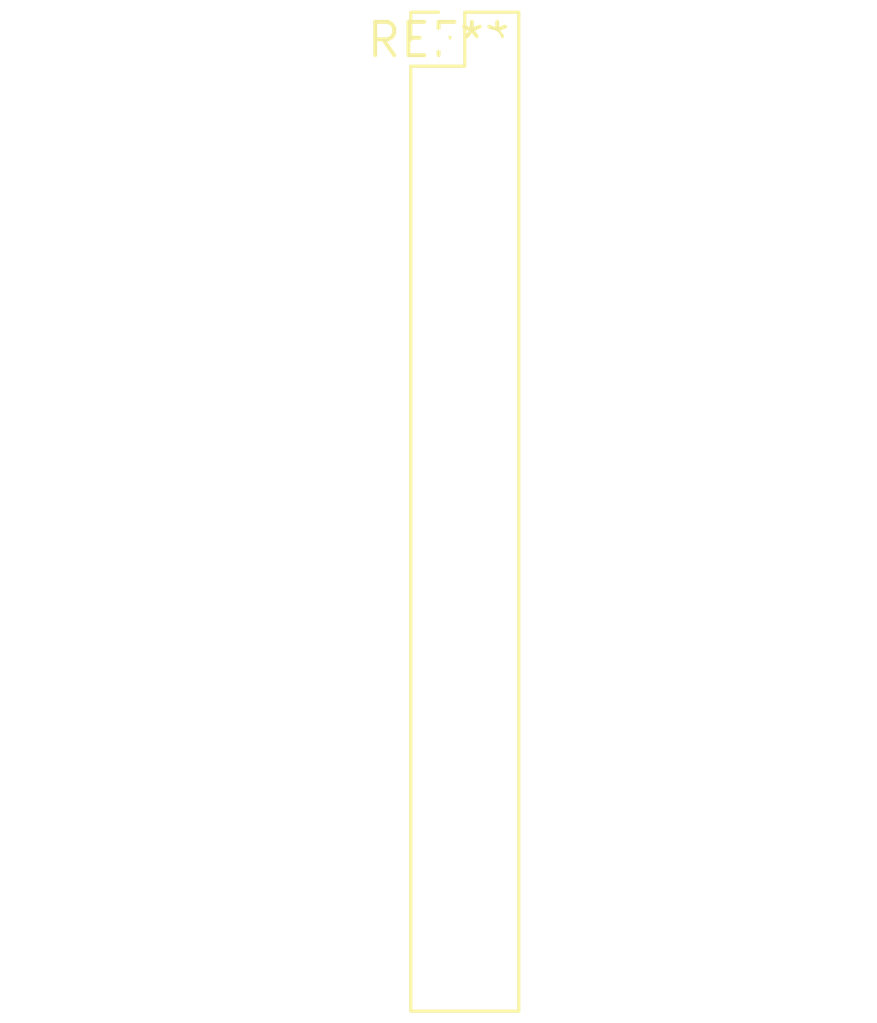
<source format=kicad_pcb>
(kicad_pcb (version 20240108) (generator pcbnew)
  (layers (0 "F.Cu" signal) (31 "B.Cu" signal) (34 "B.Paste" user) (35 "F.Paste" user) (36 "B.SilkS" user "B.Silkscreen") (37 "F.SilkS" user "F.Silkscreen") (38 "B.Mask" user) (39 "F.Mask" user) (44 "Edge.Cuts" user))
  (net 0 "")
  (footprint "PinHeader_2x19_P2.00mm_Vertical" (layer "F.Cu") (at 0 0)
    (property "Reference" "REF**")
    (property "Value" "PinHeader_2x19_P2.00mm_Vertical")
    (fp_line (start -1.06 -1.06) (end 0 -1.06) (layer "F.SilkS") (stroke (width 0.12)))
    (fp_line (start -1.06 0) (end -1.06 -1.06) (layer "F.SilkS") (stroke (width 0.12)))
    (fp_line (start -1.06 1) (end -1.06 37.06) (layer "F.SilkS") (stroke (width 0.12)))
    (fp_line (start -1.06 1) (end 1 1) (layer "F.SilkS") (stroke (width 0.12)))
    (fp_line (start -1.06 37.06) (end 3.06 37.06) (layer "F.SilkS") (stroke (width 0.12)))
    (fp_line (start 1 -1.06) (end 3.06 -1.06) (layer "F.SilkS") (stroke (width 0.12)))
    (fp_line (start 1 1) (end 1 -1.06) (layer "F.SilkS") (stroke (width 0.12)))
    (fp_line (start 3.06 -1.06) (end 3.06 37.06) (layer "F.SilkS") (stroke (width 0.12)))
    (pad "1" thru_hole rect (at 0 0) (size 1.35 1.35) (drill 0.8) (layers *.Cu *.Mask) (remove_unused_layers))
    (pad "2" thru_hole oval (at 2 0) (size 1.35 1.35) (drill 0.8) (layers *.Cu *.Mask) (remove_unused_layers))
    (pad "3" thru_hole oval (at 0 2) (size 1.35 1.35) (drill 0.8) (layers *.Cu *.Mask) (remove_unused_layers))
    (pad "4" thru_hole oval (at 2 2) (size 1.35 1.35) (drill 0.8) (layers *.Cu *.Mask) (remove_unused_layers))
    (pad "5" thru_hole oval (at 0 4) (size 1.35 1.35) (drill 0.8) (layers *.Cu *.Mask) (remove_unused_layers))
    (pad "6" thru_hole oval (at 2 4) (size 1.35 1.35) (drill 0.8) (layers *.Cu *.Mask) (remove_unused_layers))
    (pad "7" thru_hole oval (at 0 6) (size 1.35 1.35) (drill 0.8) (layers *.Cu *.Mask) (remove_unused_layers))
    (pad "8" thru_hole oval (at 2 6) (size 1.35 1.35) (drill 0.8) (layers *.Cu *.Mask) (remove_unused_layers))
    (pad "9" thru_hole oval (at 0 8) (size 1.35 1.35) (drill 0.8) (layers *.Cu *.Mask) (remove_unused_layers))
    (pad "10" thru_hole oval (at 2 8) (size 1.35 1.35) (drill 0.8) (layers *.Cu *.Mask) (remove_unused_layers))
    (pad "11" thru_hole oval (at 0 10) (size 1.35 1.35) (drill 0.8) (layers *.Cu *.Mask) (remove_unused_layers))
    (pad "12" thru_hole oval (at 2 10) (size 1.35 1.35) (drill 0.8) (layers *.Cu *.Mask) (remove_unused_layers))
    (pad "13" thru_hole oval (at 0 12) (size 1.35 1.35) (drill 0.8) (layers *.Cu *.Mask) (remove_unused_layers))
    (pad "14" thru_hole oval (at 2 12) (size 1.35 1.35) (drill 0.8) (layers *.Cu *.Mask) (remove_unused_layers))
    (pad "15" thru_hole oval (at 0 14) (size 1.35 1.35) (drill 0.8) (layers *.Cu *.Mask) (remove_unused_layers))
    (pad "16" thru_hole oval (at 2 14) (size 1.35 1.35) (drill 0.8) (layers *.Cu *.Mask) (remove_unused_layers))
    (pad "17" thru_hole oval (at 0 16) (size 1.35 1.35) (drill 0.8) (layers *.Cu *.Mask) (remove_unused_layers))
    (pad "18" thru_hole oval (at 2 16) (size 1.35 1.35) (drill 0.8) (layers *.Cu *.Mask) (remove_unused_layers))
    (pad "19" thru_hole oval (at 0 18) (size 1.35 1.35) (drill 0.8) (layers *.Cu *.Mask) (remove_unused_layers))
    (pad "20" thru_hole oval (at 2 18) (size 1.35 1.35) (drill 0.8) (layers *.Cu *.Mask) (remove_unused_layers))
    (pad "21" thru_hole oval (at 0 20) (size 1.35 1.35) (drill 0.8) (layers *.Cu *.Mask) (remove_unused_layers))
    (pad "22" thru_hole oval (at 2 20) (size 1.35 1.35) (drill 0.8) (layers *.Cu *.Mask) (remove_unused_layers))
    (pad "23" thru_hole oval (at 0 22) (size 1.35 1.35) (drill 0.8) (layers *.Cu *.Mask) (remove_unused_layers))
    (pad "24" thru_hole oval (at 2 22) (size 1.35 1.35) (drill 0.8) (layers *.Cu *.Mask) (remove_unused_layers))
    (pad "25" thru_hole oval (at 0 24) (size 1.35 1.35) (drill 0.8) (layers *.Cu *.Mask) (remove_unused_layers))
    (pad "26" thru_hole oval (at 2 24) (size 1.35 1.35) (drill 0.8) (layers *.Cu *.Mask) (remove_unused_layers))
    (pad "27" thru_hole oval (at 0 26) (size 1.35 1.35) (drill 0.8) (layers *.Cu *.Mask) (remove_unused_layers))
    (pad "28" thru_hole oval (at 2 26) (size 1.35 1.35) (drill 0.8) (layers *.Cu *.Mask) (remove_unused_layers))
    (pad "29" thru_hole oval (at 0 28) (size 1.35 1.35) (drill 0.8) (layers *.Cu *.Mask) (remove_unused_layers))
    (pad "30" thru_hole oval (at 2 28) (size 1.35 1.35) (drill 0.8) (layers *.Cu *.Mask) (remove_unused_layers))
    (pad "31" thru_hole oval (at 0 30) (size 1.35 1.35) (drill 0.8) (layers *.Cu *.Mask) (remove_unused_layers))
    (pad "32" thru_hole oval (at 2 30) (size 1.35 1.35) (drill 0.8) (layers *.Cu *.Mask) (remove_unused_layers))
    (pad "33" thru_hole oval (at 0 32) (size 1.35 1.35) (drill 0.8) (layers *.Cu *.Mask) (remove_unused_layers))
    (pad "34" thru_hole oval (at 2 32) (size 1.35 1.35) (drill 0.8) (layers *.Cu *.Mask) (remove_unused_layers))
    (pad "35" thru_hole oval (at 0 34) (size 1.35 1.35) (drill 0.8) (layers *.Cu *.Mask) (remove_unused_layers))
    (pad "36" thru_hole oval (at 2 34) (size 1.35 1.35) (drill 0.8) (layers *.Cu *.Mask) (remove_unused_layers))
    (pad "37" thru_hole oval (at 0 36) (size 1.35 1.35) (drill 0.8) (layers *.Cu *.Mask) (remove_unused_layers))
    (pad "38" thru_hole oval (at 2 36) (size 1.35 1.35) (drill 0.8) (layers *.Cu *.Mask) (remove_unused_layers))
  )
)
</source>
